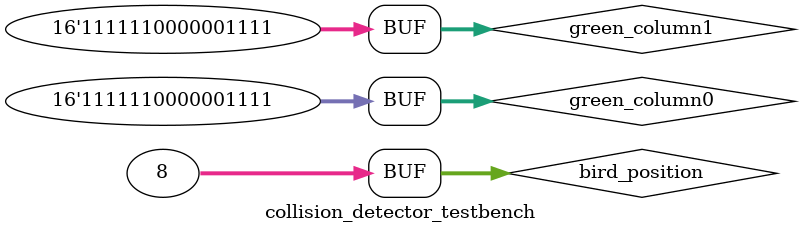
<source format=sv>
module collision_detector(gameover, bird_position, green_column0, green_column1);
	input int bird_position;
	input logic [15:0] green_column0, green_column1;
	output logic gameover;
  assign gameover = green_column0[bird_position]
      | green_column0[bird_position + 1]
      | green_column1[bird_position]
      | green_column1[bird_position + 1];
endmodule

module collision_detector_testbench();
  logic gameover;
  int bird_position;
  logic [15:0] green_column0, green_column1;
  collision_detector dut(gameover, bird_position, green_column0, green_column1);
  initial begin
    green_column0 <= 0;
    green_column1 <= 0; #10;
    bird_position <= 0; #10;
    bird_position <= 14; #10;
    bird_position <= 8; #10;
    green_column0 <= 16'b1111110000001111;
    green_column1 <= 0; #10;
    bird_position <= 0; #10;
    bird_position <= 14; #10;
    bird_position <= 8; #10;
    green_column0 <= 0;
    green_column1 <= 16'b1111110000001111; #10;
    bird_position <= 0; #10;
    bird_position <= 14; #10;
    bird_position <= 8; #10;
    green_column0 <= 0;
    green_column1 <= 0; #10;
    bird_position <= 0; #10;
    bird_position <= 14; #10;
    bird_position <= 8; #10;
    green_column0 <= 16'b1111110000001111;
    green_column1 <= 16'b1111110000001111; #10;
    bird_position <= 0; #10;
    bird_position <= 14; #10;
    bird_position <= 8; #10;
  end
endmodule
</source>
